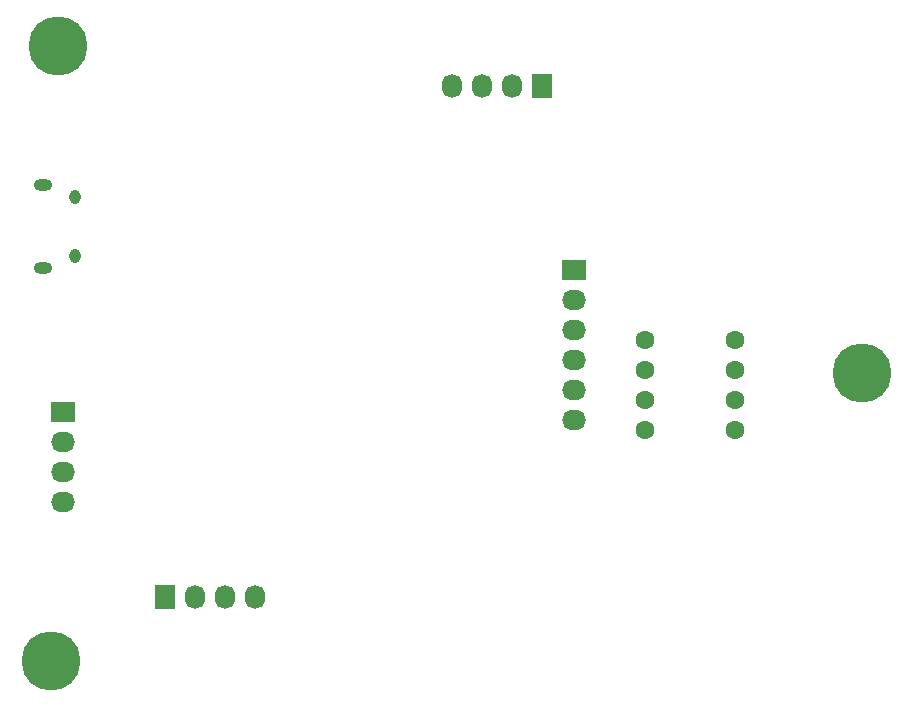
<source format=gbr>
G04 #@! TF.FileFunction,Soldermask,Bot*
%FSLAX46Y46*%
G04 Gerber Fmt 4.6, Leading zero omitted, Abs format (unit mm)*
G04 Created by KiCad (PCBNEW (2015-07-31 BZR 6030)-product) date Fri Sep 11 12:40:14 2015*
%MOMM*%
G01*
G04 APERTURE LIST*
%ADD10C,0.100000*%
%ADD11C,5.000000*%
%ADD12O,0.950000X1.250000*%
%ADD13O,1.550000X1.000000*%
%ADD14R,2.032000X1.727200*%
%ADD15O,2.032000X1.727200*%
%ADD16R,1.727200X2.032000*%
%ADD17O,1.727200X2.032000*%
%ADD18C,1.600000*%
G04 APERTURE END LIST*
D10*
D11*
X164541200Y-83007200D03*
X95859600Y-107391200D03*
D12*
X97891600Y-68142000D03*
X97891600Y-73142000D03*
D13*
X95191600Y-67142000D03*
X95191600Y-74142000D03*
D14*
X140106400Y-74320400D03*
D15*
X140106400Y-76860400D03*
X140106400Y-79400400D03*
X140106400Y-81940400D03*
X140106400Y-84480400D03*
X140106400Y-87020400D03*
D16*
X137414000Y-58775600D03*
D17*
X134874000Y-58775600D03*
X132334000Y-58775600D03*
X129794000Y-58775600D03*
D16*
X105460800Y-102006400D03*
D17*
X108000800Y-102006400D03*
X110540800Y-102006400D03*
X113080800Y-102006400D03*
D14*
X96875600Y-86360000D03*
D15*
X96875600Y-88900000D03*
X96875600Y-91440000D03*
X96875600Y-93980000D03*
D18*
X153710800Y-80264000D03*
X146110800Y-80264000D03*
X153710800Y-82804000D03*
X146110800Y-82804000D03*
X153710800Y-85344000D03*
X146110800Y-85344000D03*
X153710800Y-87884000D03*
X146110800Y-87884000D03*
D11*
X96469200Y-55372000D03*
M02*

</source>
